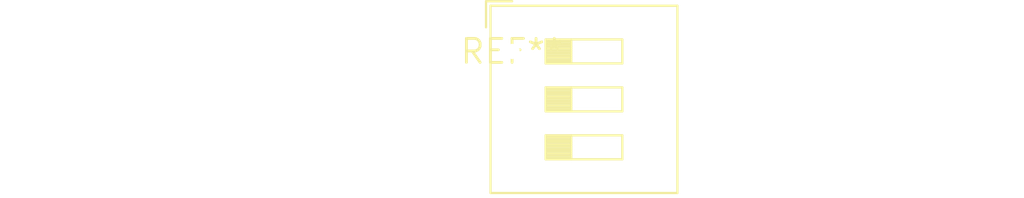
<source format=kicad_pcb>
(kicad_pcb (version 20240108) (generator pcbnew)
  (layers (0 "F.Cu" signal) (31 "B.Cu" signal) (34 "B.Paste" user) (35 "F.Paste" user) (36 "B.SilkS" user "B.Silkscreen") (37 "F.SilkS" user "F.Silkscreen") (38 "B.Mask" user) (39 "F.Mask" user) (44 "Edge.Cuts" user))
  (net 0 "")
  (footprint "SW_DIP_SPSTx03_Slide_9.78x9.8mm_W7.62mm_P2.54mm" (layer "F.Cu") (at 0 0)
    (property "Reference" "REF**")
    (property "Value" "SW_DIP_SPSTx03_Slide_9.78x9.8mm_W7.62mm_P2.54mm")
    (fp_line (start -1.38 -2.66) (end -1.38 -1.277) (layer "F.SilkS") (stroke (width 0.12)))
    (fp_line (start -1.38 -2.66) (end 0.004 -2.66) (layer "F.SilkS") (stroke (width 0.12)))
    (fp_line (start -1.14 -2.42) (end -1.14 7.5) (layer "F.SilkS") (stroke (width 0.12)))
    (fp_line (start -1.14 -2.42) (end 8.76 -2.42) (layer "F.SilkS") (stroke (width 0.12)))
    (fp_line (start -1.14 7.5) (end 8.76 7.5) (layer "F.SilkS") (stroke (width 0.12)))
    (fp_line (start 1.78 -0.635) (end 1.78 0.635) (layer "F.SilkS") (stroke (width 0.12)))
    (fp_line (start 1.78 -0.515) (end 3.133333 -0.515) (layer "F.SilkS") (stroke (width 0.12)))
    (fp_line (start 1.78 -0.395) (end 3.133333 -0.395) (layer "F.SilkS") (stroke (width 0.12)))
    (fp_line (start 1.78 -0.275) (end 3.133333 -0.275) (layer "F.SilkS") (stroke (width 0.12)))
    (fp_line (start 1.78 -0.155) (end 3.133333 -0.155) (layer "F.SilkS") (stroke (width 0.12)))
    (fp_line (start 1.78 -0.035) (end 3.133333 -0.035) (layer "F.SilkS") (stroke (width 0.12)))
    (fp_line (start 1.78 0.085) (end 3.133333 0.085) (layer "F.SilkS") (stroke (width 0.12)))
    (fp_line (start 1.78 0.205) (end 3.133333 0.205) (layer "F.SilkS") (stroke (width 0.12)))
    (fp_line (start 1.78 0.325) (end 3.133333 0.325) (layer "F.SilkS") (stroke (width 0.12)))
    (fp_line (start 1.78 0.445) (end 3.133333 0.445) (layer "F.SilkS") (stroke (width 0.12)))
    (fp_line (start 1.78 0.565) (end 3.133333 0.565) (layer "F.SilkS") (stroke (width 0.12)))
    (fp_line (start 1.78 0.635) (end 5.84 0.635) (layer "F.SilkS") (stroke (width 0.12)))
    (fp_line (start 1.78 1.905) (end 1.78 3.175) (layer "F.SilkS") (stroke (width 0.12)))
    (fp_line (start 1.78 2.025) (end 3.133333 2.025) (layer "F.SilkS") (stroke (width 0.12)))
    (fp_line (start 1.78 2.145) (end 3.133333 2.145) (layer "F.SilkS") (stroke (width 0.12)))
    (fp_line (start 1.78 2.265) (end 3.133333 2.265) (layer "F.SilkS") (stroke (width 0.12)))
    (fp_line (start 1.78 2.385) (end 3.133333 2.385) (layer "F.SilkS") (stroke (width 0.12)))
    (fp_line (start 1.78 2.505) (end 3.133333 2.505) (layer "F.SilkS") (stroke (width 0.12)))
    (fp_line (start 1.78 2.625) (end 3.133333 2.625) (layer "F.SilkS") (stroke (width 0.12)))
    (fp_line (start 1.78 2.745) (end 3.133333 2.745) (layer "F.SilkS") (stroke (width 0.12)))
    (fp_line (start 1.78 2.865) (end 3.133333 2.865) (layer "F.SilkS") (stroke (width 0.12)))
    (fp_line (start 1.78 2.985) (end 3.133333 2.985) (layer "F.SilkS") (stroke (width 0.12)))
    (fp_line (start 1.78 3.105) (end 3.133333 3.105) (layer "F.SilkS") (stroke (width 0.12)))
    (fp_line (start 1.78 3.175) (end 5.84 3.175) (layer "F.SilkS") (stroke (width 0.12)))
    (fp_line (start 1.78 4.445) (end 1.78 5.715) (layer "F.SilkS") (stroke (width 0.12)))
    (fp_line (start 1.78 4.565) (end 3.133333 4.565) (layer "F.SilkS") (stroke (width 0.12)))
    (fp_line (start 1.78 4.685) (end 3.133333 4.685) (layer "F.SilkS") (stroke (width 0.12)))
    (fp_line (start 1.78 4.805) (end 3.133333 4.805) (layer "F.SilkS") (stroke (width 0.12)))
    (fp_line (start 1.78 4.925) (end 3.133333 4.925) (layer "F.SilkS") (stroke (width 0.12)))
    (fp_line (start 1.78 5.045) (end 3.133333 5.045) (layer "F.SilkS") (stroke (width 0.12)))
    (fp_line (start 1.78 5.165) (end 3.133333 5.165) (layer "F.SilkS") (stroke (width 0.12)))
    (fp_line (start 1.78 5.285) (end 3.133333 5.285) (layer "F.SilkS") (stroke (width 0.12)))
    (fp_line (start 1.78 5.405) (end 3.133333 5.405) (layer "F.SilkS") (stroke (width 0.12)))
    (fp_line (start 1.78 5.525) (end 3.133333 5.525) (layer "F.SilkS") (stroke (width 0.12)))
    (fp_line (start 1.78 5.645) (end 3.133333 5.645) (layer "F.SilkS") (stroke (width 0.12)))
    (fp_line (start 1.78 5.715) (end 5.84 5.715) (layer "F.SilkS") (stroke (width 0.12)))
    (fp_line (start 3.133333 -0.635) (end 3.133333 0.635) (layer "F.SilkS") (stroke (width 0.12)))
    (fp_line (start 3.133333 1.905) (end 3.133333 3.175) (layer "F.SilkS") (stroke (width 0.12)))
    (fp_line (start 3.133333 4.445) (end 3.133333 5.715) (layer "F.SilkS") (stroke (width 0.12)))
    (fp_line (start 5.84 -0.635) (end 1.78 -0.635) (layer "F.SilkS") (stroke (width 0.12)))
    (fp_line (start 5.84 0.635) (end 5.84 -0.635) (layer "F.SilkS") (stroke (width 0.12)))
    (fp_line (start 5.84 1.905) (end 1.78 1.905) (layer "F.SilkS") (stroke (width 0.12)))
    (fp_line (start 5.84 3.175) (end 5.84 1.905) (layer "F.SilkS") (stroke (width 0.12)))
    (fp_line (start 5.84 4.445) (end 1.78 4.445) (layer "F.SilkS") (stroke (width 0.12)))
    (fp_line (start 5.84 5.715) (end 5.84 4.445) (layer "F.SilkS") (stroke (width 0.12)))
    (fp_line (start 8.76 -2.42) (end 8.76 7.5) (layer "F.SilkS") (stroke (width 0.12)))
    (pad "1" thru_hole rect (at 0 0) (size 1.6 1.6) (drill 0.8) (layers *.Cu *.Mask) (remove_unused_layers))
    (pad "2" thru_hole oval (at 0 2.54) (size 1.6 1.6) (drill 0.8) (layers *.Cu *.Mask) (remove_unused_layers))
    (pad "3" thru_hole oval (at 0 5.08) (size 1.6 1.6) (drill 0.8) (layers *.Cu *.Mask) (remove_unused_layers))
    (pad "4" thru_hole oval (at 7.62 5.08) (size 1.6 1.6) (drill 0.8) (layers *.Cu *.Mask) (remove_unused_layers))
    (pad "5" thru_hole oval (at 7.62 2.54) (size 1.6 1.6) (drill 0.8) (layers *.Cu *.Mask) (remove_unused_layers))
    (pad "6" thru_hole oval (at 7.62 0) (size 1.6 1.6) (drill 0.8) (layers *.Cu *.Mask) (remove_unused_layers))
  )
)
</source>
